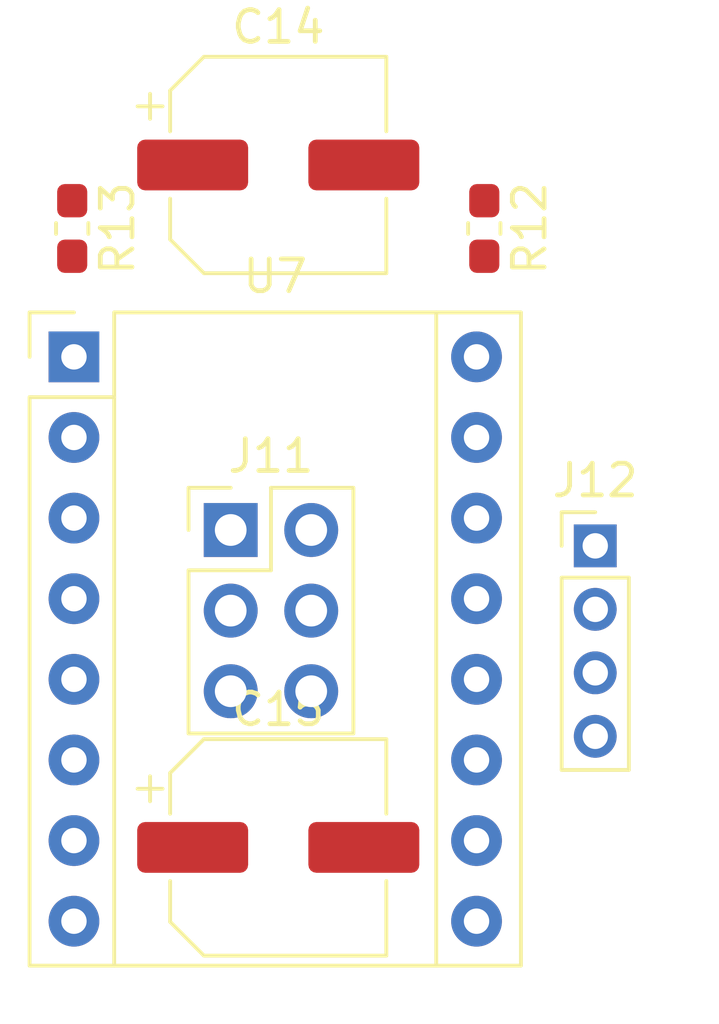
<source format=kicad_pcb>
(kicad_pcb (version 20171130) (host pcbnew 5.0.2-bee76a0~70~ubuntu18.04.1)

  (general
    (thickness 1.6)
    (drawings 0)
    (tracks 0)
    (zones 0)
    (modules 7)
    (nets 15)
  )

  (page A4)
  (layers
    (0 F.Cu signal)
    (31 B.Cu signal)
    (32 B.Adhes user)
    (33 F.Adhes user)
    (34 B.Paste user)
    (35 F.Paste user)
    (36 B.SilkS user)
    (37 F.SilkS user)
    (38 B.Mask user)
    (39 F.Mask user)
    (40 Dwgs.User user)
    (41 Cmts.User user)
    (42 Eco1.User user)
    (43 Eco2.User user)
    (44 Edge.Cuts user)
    (45 Margin user)
    (46 B.CrtYd user)
    (47 F.CrtYd user)
    (48 B.Fab user)
    (49 F.Fab user)
  )

  (setup
    (last_trace_width 0.25)
    (trace_clearance 0.2)
    (zone_clearance 0.508)
    (zone_45_only no)
    (trace_min 0.2)
    (segment_width 0.2)
    (edge_width 0.1)
    (via_size 0.8)
    (via_drill 0.4)
    (via_min_size 0.4)
    (via_min_drill 0.3)
    (uvia_size 0.3)
    (uvia_drill 0.1)
    (uvias_allowed no)
    (uvia_min_size 0.2)
    (uvia_min_drill 0.1)
    (pcb_text_width 0.3)
    (pcb_text_size 1.5 1.5)
    (mod_edge_width 0.15)
    (mod_text_size 1 1)
    (mod_text_width 0.15)
    (pad_size 1.5 1.5)
    (pad_drill 0.6)
    (pad_to_mask_clearance 0)
    (solder_mask_min_width 0.25)
    (aux_axis_origin 0 0)
    (visible_elements FFFFEF7F)
    (pcbplotparams
      (layerselection 0x010fc_ffffffff)
      (usegerberextensions false)
      (usegerberattributes false)
      (usegerberadvancedattributes false)
      (creategerberjobfile false)
      (excludeedgelayer true)
      (linewidth 0.100000)
      (plotframeref false)
      (viasonmask false)
      (mode 1)
      (useauxorigin false)
      (hpglpennumber 1)
      (hpglpenspeed 20)
      (hpglpendiameter 15.000000)
      (psnegative false)
      (psa4output false)
      (plotreference true)
      (plotvalue true)
      (plotinvisibletext false)
      (padsonsilk false)
      (subtractmaskfromsilk false)
      (outputformat 1)
      (mirror false)
      (drillshape 1)
      (scaleselection 1)
      (outputdirectory ""))
  )

  (net 0 "")
  (net 1 GND)
  (net 2 "Net-(J11-Pad1)")
  (net 3 /~EN~)
  (net 4 +5V)
  (net 5 "Net-(J11-Pad3)")
  (net 6 "Net-(J12-Pad4)")
  (net 7 "Net-(J11-Pad5)")
  (net 8 "Net-(J12-Pad3)")
  (net 9 "Net-(U7-Pad5)")
  (net 10 "Net-(J12-Pad2)")
  (net 11 "Net-(J12-Pad1)")
  (net 12 /STEP)
  (net 13 /DIR)
  (net 14 +12V)

  (net_class Default "This is the default net class."
    (clearance 0.2)
    (trace_width 0.25)
    (via_dia 0.8)
    (via_drill 0.4)
    (uvia_dia 0.3)
    (uvia_drill 0.1)
    (add_net +12V)
    (add_net +5V)
    (add_net /DIR)
    (add_net /STEP)
    (add_net /~EN~)
    (add_net GND)
    (add_net "Net-(J11-Pad1)")
    (add_net "Net-(J11-Pad3)")
    (add_net "Net-(J11-Pad5)")
    (add_net "Net-(J12-Pad1)")
    (add_net "Net-(J12-Pad2)")
    (add_net "Net-(J12-Pad3)")
    (add_net "Net-(J12-Pad4)")
    (add_net "Net-(U7-Pad5)")
  )

  (module Connector_PinHeader_2.00mm:PinHeader_1x04_P2.00mm_Vertical (layer F.Cu) (tedit 59FED667) (tstamp 5CCFF68B)
    (at 83 62.5)
    (descr "Through hole straight pin header, 1x04, 2.00mm pitch, single row")
    (tags "Through hole pin header THT 1x04 2.00mm single row")
    (path /5CC04CFE)
    (fp_text reference J12 (at 0 -2.06) (layer F.SilkS)
      (effects (font (size 1 1) (thickness 0.15)))
    )
    (fp_text value TO_MOTOR (at 0 8.06) (layer F.Fab)
      (effects (font (size 1 1) (thickness 0.15)))
    )
    (fp_line (start -0.5 -1) (end 1 -1) (layer F.Fab) (width 0.1))
    (fp_line (start 1 -1) (end 1 7) (layer F.Fab) (width 0.1))
    (fp_line (start 1 7) (end -1 7) (layer F.Fab) (width 0.1))
    (fp_line (start -1 7) (end -1 -0.5) (layer F.Fab) (width 0.1))
    (fp_line (start -1 -0.5) (end -0.5 -1) (layer F.Fab) (width 0.1))
    (fp_line (start -1.06 7.06) (end 1.06 7.06) (layer F.SilkS) (width 0.12))
    (fp_line (start -1.06 1) (end -1.06 7.06) (layer F.SilkS) (width 0.12))
    (fp_line (start 1.06 1) (end 1.06 7.06) (layer F.SilkS) (width 0.12))
    (fp_line (start -1.06 1) (end 1.06 1) (layer F.SilkS) (width 0.12))
    (fp_line (start -1.06 0) (end -1.06 -1.06) (layer F.SilkS) (width 0.12))
    (fp_line (start -1.06 -1.06) (end 0 -1.06) (layer F.SilkS) (width 0.12))
    (fp_line (start -1.5 -1.5) (end -1.5 7.5) (layer F.CrtYd) (width 0.05))
    (fp_line (start -1.5 7.5) (end 1.5 7.5) (layer F.CrtYd) (width 0.05))
    (fp_line (start 1.5 7.5) (end 1.5 -1.5) (layer F.CrtYd) (width 0.05))
    (fp_line (start 1.5 -1.5) (end -1.5 -1.5) (layer F.CrtYd) (width 0.05))
    (fp_text user %R (at 0 3 90) (layer F.Fab)
      (effects (font (size 1 1) (thickness 0.15)))
    )
    (pad 1 thru_hole rect (at 0 0) (size 1.35 1.35) (drill 0.8) (layers *.Cu *.Mask)
      (net 11 "Net-(J12-Pad1)"))
    (pad 2 thru_hole oval (at 0 2) (size 1.35 1.35) (drill 0.8) (layers *.Cu *.Mask)
      (net 10 "Net-(J12-Pad2)"))
    (pad 3 thru_hole oval (at 0 4) (size 1.35 1.35) (drill 0.8) (layers *.Cu *.Mask)
      (net 8 "Net-(J12-Pad3)"))
    (pad 4 thru_hole oval (at 0 6) (size 1.35 1.35) (drill 0.8) (layers *.Cu *.Mask)
      (net 6 "Net-(J12-Pad4)"))
    (model ${KISYS3DMOD}/Connector_PinHeader_2.00mm.3dshapes/PinHeader_1x04_P2.00mm_Vertical.wrl
      (at (xyz 0 0 0))
      (scale (xyz 1 1 1))
      (rotate (xyz 0 0 0))
    )
  )

  (module Connector_PinHeader_2.54mm:PinHeader_2x03_P2.54mm_Vertical (layer F.Cu) (tedit 59FED5CC) (tstamp 5CCFF673)
    (at 71.5 62)
    (descr "Through hole straight pin header, 2x03, 2.54mm pitch, double rows")
    (tags "Through hole pin header THT 2x03 2.54mm double row")
    (path /5CC04CD7)
    (fp_text reference J11 (at 1.27 -2.33) (layer F.SilkS)
      (effects (font (size 1 1) (thickness 0.15)))
    )
    (fp_text value MS_SELECT (at 1.27 7.41) (layer F.Fab)
      (effects (font (size 1 1) (thickness 0.15)))
    )
    (fp_line (start 0 -1.27) (end 3.81 -1.27) (layer F.Fab) (width 0.1))
    (fp_line (start 3.81 -1.27) (end 3.81 6.35) (layer F.Fab) (width 0.1))
    (fp_line (start 3.81 6.35) (end -1.27 6.35) (layer F.Fab) (width 0.1))
    (fp_line (start -1.27 6.35) (end -1.27 0) (layer F.Fab) (width 0.1))
    (fp_line (start -1.27 0) (end 0 -1.27) (layer F.Fab) (width 0.1))
    (fp_line (start -1.33 6.41) (end 3.87 6.41) (layer F.SilkS) (width 0.12))
    (fp_line (start -1.33 1.27) (end -1.33 6.41) (layer F.SilkS) (width 0.12))
    (fp_line (start 3.87 -1.33) (end 3.87 6.41) (layer F.SilkS) (width 0.12))
    (fp_line (start -1.33 1.27) (end 1.27 1.27) (layer F.SilkS) (width 0.12))
    (fp_line (start 1.27 1.27) (end 1.27 -1.33) (layer F.SilkS) (width 0.12))
    (fp_line (start 1.27 -1.33) (end 3.87 -1.33) (layer F.SilkS) (width 0.12))
    (fp_line (start -1.33 0) (end -1.33 -1.33) (layer F.SilkS) (width 0.12))
    (fp_line (start -1.33 -1.33) (end 0 -1.33) (layer F.SilkS) (width 0.12))
    (fp_line (start -1.8 -1.8) (end -1.8 6.85) (layer F.CrtYd) (width 0.05))
    (fp_line (start -1.8 6.85) (end 4.35 6.85) (layer F.CrtYd) (width 0.05))
    (fp_line (start 4.35 6.85) (end 4.35 -1.8) (layer F.CrtYd) (width 0.05))
    (fp_line (start 4.35 -1.8) (end -1.8 -1.8) (layer F.CrtYd) (width 0.05))
    (fp_text user %R (at 1.27 2.54 90) (layer F.Fab)
      (effects (font (size 1 1) (thickness 0.15)))
    )
    (pad 1 thru_hole rect (at 0 0) (size 1.7 1.7) (drill 1) (layers *.Cu *.Mask)
      (net 2 "Net-(J11-Pad1)"))
    (pad 2 thru_hole oval (at 2.54 0) (size 1.7 1.7) (drill 1) (layers *.Cu *.Mask)
      (net 4 +5V))
    (pad 3 thru_hole oval (at 0 2.54) (size 1.7 1.7) (drill 1) (layers *.Cu *.Mask)
      (net 5 "Net-(J11-Pad3)"))
    (pad 4 thru_hole oval (at 2.54 2.54) (size 1.7 1.7) (drill 1) (layers *.Cu *.Mask)
      (net 4 +5V))
    (pad 5 thru_hole oval (at 0 5.08) (size 1.7 1.7) (drill 1) (layers *.Cu *.Mask)
      (net 7 "Net-(J11-Pad5)"))
    (pad 6 thru_hole oval (at 2.54 5.08) (size 1.7 1.7) (drill 1) (layers *.Cu *.Mask)
      (net 4 +5V))
    (model ${KISYS3DMOD}/Connector_PinHeader_2.54mm.3dshapes/PinHeader_2x03_P2.54mm_Vertical.wrl
      (at (xyz 0 0 0))
      (scale (xyz 1 1 1))
      (rotate (xyz 0 0 0))
    )
  )

  (module Capacitor_SMD:CP_Elec_6.3x7.7 (layer F.Cu) (tedit 5BCA39D0) (tstamp 5CC1C930)
    (at 73 72)
    (descr "SMD capacitor, aluminum electrolytic, Nichicon, 6.3x7.7mm")
    (tags "capacitor electrolytic")
    (path /5CC04D48)
    (attr smd)
    (fp_text reference C15 (at 0 -4.35) (layer F.SilkS)
      (effects (font (size 1 1) (thickness 0.15)))
    )
    (fp_text value CP100uf,25V (at 0 4.35) (layer F.Fab)
      (effects (font (size 1 1) (thickness 0.15)))
    )
    (fp_text user %R (at 0 0) (layer F.Fab)
      (effects (font (size 1 1) (thickness 0.15)))
    )
    (fp_line (start -4.7 1.05) (end -3.55 1.05) (layer F.CrtYd) (width 0.05))
    (fp_line (start -4.7 -1.05) (end -4.7 1.05) (layer F.CrtYd) (width 0.05))
    (fp_line (start -3.55 -1.05) (end -4.7 -1.05) (layer F.CrtYd) (width 0.05))
    (fp_line (start -3.55 1.05) (end -3.55 2.4) (layer F.CrtYd) (width 0.05))
    (fp_line (start -3.55 -2.4) (end -3.55 -1.05) (layer F.CrtYd) (width 0.05))
    (fp_line (start -3.55 -2.4) (end -2.4 -3.55) (layer F.CrtYd) (width 0.05))
    (fp_line (start -3.55 2.4) (end -2.4 3.55) (layer F.CrtYd) (width 0.05))
    (fp_line (start -2.4 -3.55) (end 3.55 -3.55) (layer F.CrtYd) (width 0.05))
    (fp_line (start -2.4 3.55) (end 3.55 3.55) (layer F.CrtYd) (width 0.05))
    (fp_line (start 3.55 1.05) (end 3.55 3.55) (layer F.CrtYd) (width 0.05))
    (fp_line (start 4.7 1.05) (end 3.55 1.05) (layer F.CrtYd) (width 0.05))
    (fp_line (start 4.7 -1.05) (end 4.7 1.05) (layer F.CrtYd) (width 0.05))
    (fp_line (start 3.55 -1.05) (end 4.7 -1.05) (layer F.CrtYd) (width 0.05))
    (fp_line (start 3.55 -3.55) (end 3.55 -1.05) (layer F.CrtYd) (width 0.05))
    (fp_line (start -4.04375 -2.24125) (end -4.04375 -1.45375) (layer F.SilkS) (width 0.12))
    (fp_line (start -4.4375 -1.8475) (end -3.65 -1.8475) (layer F.SilkS) (width 0.12))
    (fp_line (start -3.41 2.345563) (end -2.345563 3.41) (layer F.SilkS) (width 0.12))
    (fp_line (start -3.41 -2.345563) (end -2.345563 -3.41) (layer F.SilkS) (width 0.12))
    (fp_line (start -3.41 -2.345563) (end -3.41 -1.06) (layer F.SilkS) (width 0.12))
    (fp_line (start -3.41 2.345563) (end -3.41 1.06) (layer F.SilkS) (width 0.12))
    (fp_line (start -2.345563 3.41) (end 3.41 3.41) (layer F.SilkS) (width 0.12))
    (fp_line (start -2.345563 -3.41) (end 3.41 -3.41) (layer F.SilkS) (width 0.12))
    (fp_line (start 3.41 -3.41) (end 3.41 -1.06) (layer F.SilkS) (width 0.12))
    (fp_line (start 3.41 3.41) (end 3.41 1.06) (layer F.SilkS) (width 0.12))
    (fp_line (start -2.389838 -1.645) (end -2.389838 -1.015) (layer F.Fab) (width 0.1))
    (fp_line (start -2.704838 -1.33) (end -2.074838 -1.33) (layer F.Fab) (width 0.1))
    (fp_line (start -3.3 2.3) (end -2.3 3.3) (layer F.Fab) (width 0.1))
    (fp_line (start -3.3 -2.3) (end -2.3 -3.3) (layer F.Fab) (width 0.1))
    (fp_line (start -3.3 -2.3) (end -3.3 2.3) (layer F.Fab) (width 0.1))
    (fp_line (start -2.3 3.3) (end 3.3 3.3) (layer F.Fab) (width 0.1))
    (fp_line (start -2.3 -3.3) (end 3.3 -3.3) (layer F.Fab) (width 0.1))
    (fp_line (start 3.3 -3.3) (end 3.3 3.3) (layer F.Fab) (width 0.1))
    (fp_circle (center 0 0) (end 3.15 0) (layer F.Fab) (width 0.1))
    (pad 2 smd roundrect (at 2.7 0) (size 3.5 1.6) (layers F.Cu F.Paste F.Mask) (roundrect_rratio 0.15625)
      (net 1 GND))
    (pad 1 smd roundrect (at -2.7 0) (size 3.5 1.6) (layers F.Cu F.Paste F.Mask) (roundrect_rratio 0.15625)
      (net 4 +5V))
    (model ${KISYS3DMOD}/Capacitor_SMD.3dshapes/CP_Elec_6.3x7.7.wrl
      (at (xyz 0 0 0))
      (scale (xyz 1 1 1))
      (rotate (xyz 0 0 0))
    )
  )

  (module Capacitor_SMD:CP_Elec_6.3x7.7 (layer F.Cu) (tedit 5BCA39D0) (tstamp 5CC1C908)
    (at 73 50.5)
    (descr "SMD capacitor, aluminum electrolytic, Nichicon, 6.3x7.7mm")
    (tags "capacitor electrolytic")
    (path /5CC069CC)
    (attr smd)
    (fp_text reference C14 (at 0 -4.35) (layer F.SilkS)
      (effects (font (size 1 1) (thickness 0.15)))
    )
    (fp_text value CP100uf,25V (at 0 4.35) (layer F.Fab)
      (effects (font (size 1 1) (thickness 0.15)))
    )
    (fp_circle (center 0 0) (end 3.15 0) (layer F.Fab) (width 0.1))
    (fp_line (start 3.3 -3.3) (end 3.3 3.3) (layer F.Fab) (width 0.1))
    (fp_line (start -2.3 -3.3) (end 3.3 -3.3) (layer F.Fab) (width 0.1))
    (fp_line (start -2.3 3.3) (end 3.3 3.3) (layer F.Fab) (width 0.1))
    (fp_line (start -3.3 -2.3) (end -3.3 2.3) (layer F.Fab) (width 0.1))
    (fp_line (start -3.3 -2.3) (end -2.3 -3.3) (layer F.Fab) (width 0.1))
    (fp_line (start -3.3 2.3) (end -2.3 3.3) (layer F.Fab) (width 0.1))
    (fp_line (start -2.704838 -1.33) (end -2.074838 -1.33) (layer F.Fab) (width 0.1))
    (fp_line (start -2.389838 -1.645) (end -2.389838 -1.015) (layer F.Fab) (width 0.1))
    (fp_line (start 3.41 3.41) (end 3.41 1.06) (layer F.SilkS) (width 0.12))
    (fp_line (start 3.41 -3.41) (end 3.41 -1.06) (layer F.SilkS) (width 0.12))
    (fp_line (start -2.345563 -3.41) (end 3.41 -3.41) (layer F.SilkS) (width 0.12))
    (fp_line (start -2.345563 3.41) (end 3.41 3.41) (layer F.SilkS) (width 0.12))
    (fp_line (start -3.41 2.345563) (end -3.41 1.06) (layer F.SilkS) (width 0.12))
    (fp_line (start -3.41 -2.345563) (end -3.41 -1.06) (layer F.SilkS) (width 0.12))
    (fp_line (start -3.41 -2.345563) (end -2.345563 -3.41) (layer F.SilkS) (width 0.12))
    (fp_line (start -3.41 2.345563) (end -2.345563 3.41) (layer F.SilkS) (width 0.12))
    (fp_line (start -4.4375 -1.8475) (end -3.65 -1.8475) (layer F.SilkS) (width 0.12))
    (fp_line (start -4.04375 -2.24125) (end -4.04375 -1.45375) (layer F.SilkS) (width 0.12))
    (fp_line (start 3.55 -3.55) (end 3.55 -1.05) (layer F.CrtYd) (width 0.05))
    (fp_line (start 3.55 -1.05) (end 4.7 -1.05) (layer F.CrtYd) (width 0.05))
    (fp_line (start 4.7 -1.05) (end 4.7 1.05) (layer F.CrtYd) (width 0.05))
    (fp_line (start 4.7 1.05) (end 3.55 1.05) (layer F.CrtYd) (width 0.05))
    (fp_line (start 3.55 1.05) (end 3.55 3.55) (layer F.CrtYd) (width 0.05))
    (fp_line (start -2.4 3.55) (end 3.55 3.55) (layer F.CrtYd) (width 0.05))
    (fp_line (start -2.4 -3.55) (end 3.55 -3.55) (layer F.CrtYd) (width 0.05))
    (fp_line (start -3.55 2.4) (end -2.4 3.55) (layer F.CrtYd) (width 0.05))
    (fp_line (start -3.55 -2.4) (end -2.4 -3.55) (layer F.CrtYd) (width 0.05))
    (fp_line (start -3.55 -2.4) (end -3.55 -1.05) (layer F.CrtYd) (width 0.05))
    (fp_line (start -3.55 1.05) (end -3.55 2.4) (layer F.CrtYd) (width 0.05))
    (fp_line (start -3.55 -1.05) (end -4.7 -1.05) (layer F.CrtYd) (width 0.05))
    (fp_line (start -4.7 -1.05) (end -4.7 1.05) (layer F.CrtYd) (width 0.05))
    (fp_line (start -4.7 1.05) (end -3.55 1.05) (layer F.CrtYd) (width 0.05))
    (fp_text user %R (at 0 0) (layer F.Fab)
      (effects (font (size 1 1) (thickness 0.15)))
    )
    (pad 1 smd roundrect (at -2.7 0) (size 3.5 1.6) (layers F.Cu F.Paste F.Mask) (roundrect_rratio 0.15625)
      (net 14 +12V))
    (pad 2 smd roundrect (at 2.7 0) (size 3.5 1.6) (layers F.Cu F.Paste F.Mask) (roundrect_rratio 0.15625)
      (net 1 GND))
    (model ${KISYS3DMOD}/Capacitor_SMD.3dshapes/CP_Elec_6.3x7.7.wrl
      (at (xyz 0 0 0))
      (scale (xyz 1 1 1))
      (rotate (xyz 0 0 0))
    )
  )

  (module Module:Pololu_Breakout-16_15.2x20.3mm (layer F.Cu) (tedit 58AB602C) (tstamp 5CC1C8E0)
    (at 66.555001 56.545001)
    (descr "Pololu Breakout 16-pin 15.2x20.3mm 0.6x0.8\\")
    (tags "Pololu Breakout")
    (path /5CC04CBC)
    (fp_text reference U7 (at 6.35 -2.54) (layer F.SilkS)
      (effects (font (size 1 1) (thickness 0.15)))
    )
    (fp_text value A4988_MODULE (at 6.35 20.17) (layer F.Fab)
      (effects (font (size 1 1) (thickness 0.15)))
    )
    (fp_text user %R (at 6.35 0) (layer F.Fab)
      (effects (font (size 1 1) (thickness 0.15)))
    )
    (fp_line (start 11.43 -1.4) (end 11.43 19.18) (layer F.SilkS) (width 0.12))
    (fp_line (start 1.27 1.27) (end 1.27 19.18) (layer F.SilkS) (width 0.12))
    (fp_line (start 0 -1.4) (end -1.4 -1.4) (layer F.SilkS) (width 0.12))
    (fp_line (start -1.4 -1.4) (end -1.4 0) (layer F.SilkS) (width 0.12))
    (fp_line (start 1.27 -1.4) (end 1.27 1.27) (layer F.SilkS) (width 0.12))
    (fp_line (start 1.27 1.27) (end -1.4 1.27) (layer F.SilkS) (width 0.12))
    (fp_line (start -1.4 1.27) (end -1.4 19.18) (layer F.SilkS) (width 0.12))
    (fp_line (start -1.4 19.18) (end 14.1 19.18) (layer F.SilkS) (width 0.12))
    (fp_line (start 14.1 19.18) (end 14.1 -1.4) (layer F.SilkS) (width 0.12))
    (fp_line (start 14.1 -1.4) (end 1.27 -1.4) (layer F.SilkS) (width 0.12))
    (fp_line (start -1.27 0) (end 0 -1.27) (layer F.Fab) (width 0.1))
    (fp_line (start 0 -1.27) (end 13.97 -1.27) (layer F.Fab) (width 0.1))
    (fp_line (start 13.97 -1.27) (end 13.97 19.05) (layer F.Fab) (width 0.1))
    (fp_line (start 13.97 19.05) (end -1.27 19.05) (layer F.Fab) (width 0.1))
    (fp_line (start -1.27 19.05) (end -1.27 0) (layer F.Fab) (width 0.1))
    (fp_line (start -1.53 -1.52) (end 14.21 -1.52) (layer F.CrtYd) (width 0.05))
    (fp_line (start -1.53 -1.52) (end -1.53 19.3) (layer F.CrtYd) (width 0.05))
    (fp_line (start 14.21 19.3) (end 14.21 -1.52) (layer F.CrtYd) (width 0.05))
    (fp_line (start 14.21 19.3) (end -1.53 19.3) (layer F.CrtYd) (width 0.05))
    (pad 1 thru_hole rect (at 0 0) (size 1.6 1.6) (drill 0.8) (layers *.Cu *.Mask)
      (net 3 /~EN~))
    (pad 9 thru_hole oval (at 12.7 17.78) (size 1.6 1.6) (drill 0.8) (layers *.Cu *.Mask)
      (net 1 GND))
    (pad 2 thru_hole oval (at 0 2.54) (size 1.6 1.6) (drill 0.8) (layers *.Cu *.Mask)
      (net 2 "Net-(J11-Pad1)"))
    (pad 10 thru_hole oval (at 12.7 15.24) (size 1.6 1.6) (drill 0.8) (layers *.Cu *.Mask)
      (net 4 +5V))
    (pad 3 thru_hole oval (at 0 5.08) (size 1.6 1.6) (drill 0.8) (layers *.Cu *.Mask)
      (net 5 "Net-(J11-Pad3)"))
    (pad 11 thru_hole oval (at 12.7 12.7) (size 1.6 1.6) (drill 0.8) (layers *.Cu *.Mask)
      (net 6 "Net-(J12-Pad4)"))
    (pad 4 thru_hole oval (at 0 7.62) (size 1.6 1.6) (drill 0.8) (layers *.Cu *.Mask)
      (net 7 "Net-(J11-Pad5)"))
    (pad 12 thru_hole oval (at 12.7 10.16) (size 1.6 1.6) (drill 0.8) (layers *.Cu *.Mask)
      (net 8 "Net-(J12-Pad3)"))
    (pad 5 thru_hole oval (at 0 10.16) (size 1.6 1.6) (drill 0.8) (layers *.Cu *.Mask)
      (net 9 "Net-(U7-Pad5)"))
    (pad 13 thru_hole oval (at 12.7 7.62) (size 1.6 1.6) (drill 0.8) (layers *.Cu *.Mask)
      (net 10 "Net-(J12-Pad2)"))
    (pad 6 thru_hole oval (at 0 12.7) (size 1.6 1.6) (drill 0.8) (layers *.Cu *.Mask)
      (net 9 "Net-(U7-Pad5)"))
    (pad 14 thru_hole oval (at 12.7 5.08) (size 1.6 1.6) (drill 0.8) (layers *.Cu *.Mask)
      (net 11 "Net-(J12-Pad1)"))
    (pad 7 thru_hole oval (at 0 15.24) (size 1.6 1.6) (drill 0.8) (layers *.Cu *.Mask)
      (net 12 /STEP))
    (pad 15 thru_hole oval (at 12.7 2.54) (size 1.6 1.6) (drill 0.8) (layers *.Cu *.Mask)
      (net 1 GND))
    (pad 8 thru_hole oval (at 0 17.78) (size 1.6 1.6) (drill 0.8) (layers *.Cu *.Mask)
      (net 13 /DIR))
    (pad 16 thru_hole oval (at 12.7 0) (size 1.6 1.6) (drill 0.8) (layers *.Cu *.Mask)
      (net 14 +12V))
    (model ${KISYS3DMOD}/Module.3dshapes/Pololu_Breakout-16_15.2x20.3mm.wrl
      (at (xyz 0 0 0))
      (scale (xyz 1 1 1))
      (rotate (xyz 0 0 0))
    )
  )

  (module Resistor_SMD:R_0603_1608Metric_Pad1.05x0.95mm_HandSolder (layer F.Cu) (tedit 5B301BBD) (tstamp 5CC1C8B8)
    (at 66.5 52.5 270)
    (descr "Resistor SMD 0603 (1608 Metric), square (rectangular) end terminal, IPC_7351 nominal with elongated pad for handsoldering. (Body size source: http://www.tortai-tech.com/upload/download/2011102023233369053.pdf), generated with kicad-footprint-generator")
    (tags "resistor handsolder")
    (path /5CC04CCC)
    (attr smd)
    (fp_text reference R13 (at 0 -1.43 270) (layer F.SilkS)
      (effects (font (size 1 1) (thickness 0.15)))
    )
    (fp_text value R103,0603 (at 0 1.43 270) (layer F.Fab)
      (effects (font (size 1 1) (thickness 0.15)))
    )
    (fp_text user %R (at 0 0 270) (layer F.Fab)
      (effects (font (size 0.4 0.4) (thickness 0.06)))
    )
    (fp_line (start 1.65 0.73) (end -1.65 0.73) (layer F.CrtYd) (width 0.05))
    (fp_line (start 1.65 -0.73) (end 1.65 0.73) (layer F.CrtYd) (width 0.05))
    (fp_line (start -1.65 -0.73) (end 1.65 -0.73) (layer F.CrtYd) (width 0.05))
    (fp_line (start -1.65 0.73) (end -1.65 -0.73) (layer F.CrtYd) (width 0.05))
    (fp_line (start -0.171267 0.51) (end 0.171267 0.51) (layer F.SilkS) (width 0.12))
    (fp_line (start -0.171267 -0.51) (end 0.171267 -0.51) (layer F.SilkS) (width 0.12))
    (fp_line (start 0.8 0.4) (end -0.8 0.4) (layer F.Fab) (width 0.1))
    (fp_line (start 0.8 -0.4) (end 0.8 0.4) (layer F.Fab) (width 0.1))
    (fp_line (start -0.8 -0.4) (end 0.8 -0.4) (layer F.Fab) (width 0.1))
    (fp_line (start -0.8 0.4) (end -0.8 -0.4) (layer F.Fab) (width 0.1))
    (pad 2 smd roundrect (at 0.875 0 270) (size 1.05 0.95) (layers F.Cu F.Paste F.Mask) (roundrect_rratio 0.25)
      (net 3 /~EN~))
    (pad 1 smd roundrect (at -0.875 0 270) (size 1.05 0.95) (layers F.Cu F.Paste F.Mask) (roundrect_rratio 0.25)
      (net 4 +5V))
    (model ${KISYS3DMOD}/Resistor_SMD.3dshapes/R_0603_1608Metric.wrl
      (at (xyz 0 0 0))
      (scale (xyz 1 1 1))
      (rotate (xyz 0 0 0))
    )
  )

  (module Resistor_SMD:R_0603_1608Metric_Pad1.05x0.95mm_HandSolder (layer F.Cu) (tedit 5B301BBD) (tstamp 5CC1C8A7)
    (at 79.5 52.5 270)
    (descr "Resistor SMD 0603 (1608 Metric), square (rectangular) end terminal, IPC_7351 nominal with elongated pad for handsoldering. (Body size source: http://www.tortai-tech.com/upload/download/2011102023233369053.pdf), generated with kicad-footprint-generator")
    (tags "resistor handsolder")
    (path /5CC04CD1)
    (attr smd)
    (fp_text reference R12 (at 0 -1.43 270) (layer F.SilkS)
      (effects (font (size 1 1) (thickness 0.15)))
    )
    (fp_text value R104,0603 (at 0 1.43 270) (layer F.Fab)
      (effects (font (size 1 1) (thickness 0.15)))
    )
    (fp_line (start -0.8 0.4) (end -0.8 -0.4) (layer F.Fab) (width 0.1))
    (fp_line (start -0.8 -0.4) (end 0.8 -0.4) (layer F.Fab) (width 0.1))
    (fp_line (start 0.8 -0.4) (end 0.8 0.4) (layer F.Fab) (width 0.1))
    (fp_line (start 0.8 0.4) (end -0.8 0.4) (layer F.Fab) (width 0.1))
    (fp_line (start -0.171267 -0.51) (end 0.171267 -0.51) (layer F.SilkS) (width 0.12))
    (fp_line (start -0.171267 0.51) (end 0.171267 0.51) (layer F.SilkS) (width 0.12))
    (fp_line (start -1.65 0.73) (end -1.65 -0.73) (layer F.CrtYd) (width 0.05))
    (fp_line (start -1.65 -0.73) (end 1.65 -0.73) (layer F.CrtYd) (width 0.05))
    (fp_line (start 1.65 -0.73) (end 1.65 0.73) (layer F.CrtYd) (width 0.05))
    (fp_line (start 1.65 0.73) (end -1.65 0.73) (layer F.CrtYd) (width 0.05))
    (fp_text user %R (at 0 0 270) (layer F.Fab)
      (effects (font (size 0.4 0.4) (thickness 0.06)))
    )
    (pad 1 smd roundrect (at -0.875 0 270) (size 1.05 0.95) (layers F.Cu F.Paste F.Mask) (roundrect_rratio 0.25)
      (net 1 GND))
    (pad 2 smd roundrect (at 0.875 0 270) (size 1.05 0.95) (layers F.Cu F.Paste F.Mask) (roundrect_rratio 0.25)
      (net 2 "Net-(J11-Pad1)"))
    (model ${KISYS3DMOD}/Resistor_SMD.3dshapes/R_0603_1608Metric.wrl
      (at (xyz 0 0 0))
      (scale (xyz 1 1 1))
      (rotate (xyz 0 0 0))
    )
  )

)

</source>
